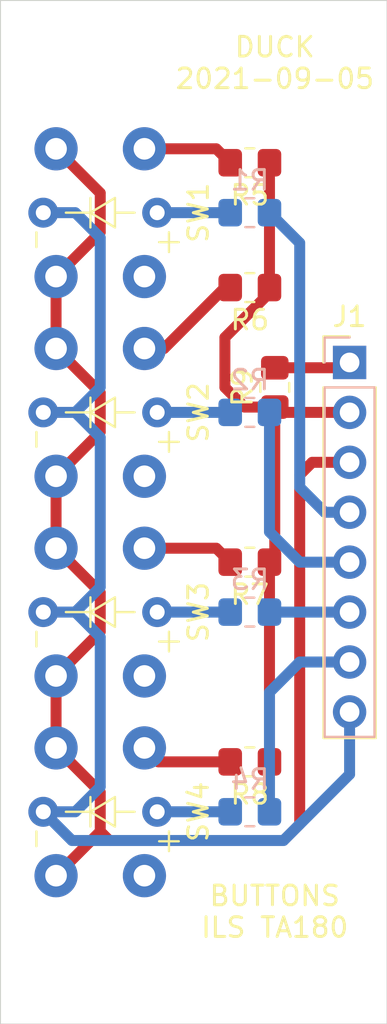
<source format=kicad_pcb>
(kicad_pcb (version 20171130) (host pcbnew 5.1.10-88a1d61d58~90~ubuntu20.04.1)

  (general
    (thickness 1.6)
    (drawings 12)
    (tracks 75)
    (zones 0)
    (modules 16)
    (nets 17)
  )

  (page A4)
  (layers
    (0 F.Cu signal)
    (31 B.Cu signal)
    (32 B.Adhes user)
    (33 F.Adhes user)
    (34 B.Paste user)
    (35 F.Paste user)
    (36 B.SilkS user)
    (37 F.SilkS user)
    (38 B.Mask user)
    (39 F.Mask user)
    (40 Dwgs.User user)
    (41 Cmts.User user)
    (42 Eco1.User user)
    (43 Eco2.User user)
    (44 Edge.Cuts user)
    (45 Margin user)
    (46 B.CrtYd user)
    (47 F.CrtYd user)
    (48 B.Fab user hide)
    (49 F.Fab user hide)
  )

  (setup
    (last_trace_width 0.5588)
    (user_trace_width 0.5588)
    (trace_clearance 0.2)
    (zone_clearance 0.508)
    (zone_45_only no)
    (trace_min 0.2)
    (via_size 0.8)
    (via_drill 0.4)
    (via_min_size 0.4)
    (via_min_drill 0.3)
    (uvia_size 0.3)
    (uvia_drill 0.1)
    (uvias_allowed no)
    (uvia_min_size 0.2)
    (uvia_min_drill 0.1)
    (edge_width 0.05)
    (segment_width 0.2)
    (pcb_text_width 0.3)
    (pcb_text_size 1.5 1.5)
    (mod_edge_width 0.12)
    (mod_text_size 1 1)
    (mod_text_width 0.15)
    (pad_size 1.524 1.524)
    (pad_drill 0.762)
    (pad_to_mask_clearance 0)
    (aux_axis_origin 0 0)
    (visible_elements FFFFFF7F)
    (pcbplotparams
      (layerselection 0x010fc_ffffffff)
      (usegerberextensions false)
      (usegerberattributes true)
      (usegerberadvancedattributes true)
      (creategerberjobfile true)
      (excludeedgelayer true)
      (linewidth 0.100000)
      (plotframeref false)
      (viasonmask false)
      (mode 1)
      (useauxorigin false)
      (hpglpennumber 1)
      (hpglpenspeed 20)
      (hpglpendiameter 15.000000)
      (psnegative false)
      (psa4output false)
      (plotreference true)
      (plotvalue true)
      (plotinvisibletext false)
      (padsonsilk false)
      (subtractmaskfromsilk false)
      (outputformat 1)
      (mirror false)
      (drillshape 1)
      (scaleselection 1)
      (outputdirectory ""))
  )

  (net 0 "")
  (net 1 "Net-(J1-Pad1)")
  (net 2 "Net-(J1-Pad2)")
  (net 3 GND)
  (net 4 "Net-(J1-Pad4)")
  (net 5 "Net-(J1-Pad5)")
  (net 6 "Net-(J1-Pad6)")
  (net 7 "Net-(J1-Pad7)")
  (net 8 "Net-(R1-Pad2)")
  (net 9 "Net-(R2-Pad2)")
  (net 10 "Net-(R3-Pad2)")
  (net 11 "Net-(R4-Pad2)")
  (net 12 "Net-(R5-Pad2)")
  (net 13 "Net-(R6-Pad2)")
  (net 14 "Net-(R7-Pad2)")
  (net 15 "Net-(R8-Pad2)")
  (net 16 GNDA)

  (net_class Default "This is the default net class."
    (clearance 0.2)
    (trace_width 0.25)
    (via_dia 0.8)
    (via_drill 0.4)
    (uvia_dia 0.3)
    (uvia_drill 0.1)
    (add_net GND)
    (add_net GNDA)
    (add_net "Net-(J1-Pad1)")
    (add_net "Net-(J1-Pad2)")
    (add_net "Net-(J1-Pad4)")
    (add_net "Net-(J1-Pad5)")
    (add_net "Net-(J1-Pad6)")
    (add_net "Net-(J1-Pad7)")
    (add_net "Net-(R1-Pad2)")
    (add_net "Net-(R2-Pad2)")
    (add_net "Net-(R3-Pad2)")
    (add_net "Net-(R4-Pad2)")
    (add_net "Net-(R5-Pad2)")
    (add_net "Net-(R6-Pad2)")
    (add_net "Net-(R7-Pad2)")
    (add_net "Net-(R8-Pad2)")
  )

  (module MountingHole:MountingHole_2.7mm_M2.5 (layer F.Cu) (tedit 56D1B4CB) (tstamp 61358CAE)
    (at 76.2 76.2)
    (descr "Mounting Hole 2.7mm, no annular, M2.5")
    (tags "mounting hole 2.7mm no annular m2.5")
    (path /62106C73)
    (attr virtual)
    (fp_text reference H1 (at 0 -3.7) (layer F.SilkS) hide
      (effects (font (size 1 1) (thickness 0.15)))
    )
    (fp_text value MountingHole (at 0 3.7) (layer F.Fab)
      (effects (font (size 1 1) (thickness 0.15)))
    )
    (fp_circle (center 0 0) (end 2.95 0) (layer F.CrtYd) (width 0.05))
    (fp_circle (center 0 0) (end 2.7 0) (layer Cmts.User) (width 0.15))
    (fp_text user %R (at 0.3 0) (layer F.Fab)
      (effects (font (size 1 1) (thickness 0.15)))
    )
    (pad 1 np_thru_hole circle (at 0 0) (size 2.7 2.7) (drill 2.7) (layers *.Cu *.Mask))
  )

  (module MountingHole:MountingHole_2.7mm_M2.5 (layer F.Cu) (tedit 56D1B4CB) (tstamp 61358962)
    (at 76.2 121.92)
    (descr "Mounting Hole 2.7mm, no annular, M2.5")
    (tags "mounting hole 2.7mm no annular m2.5")
    (path /6210711C)
    (attr virtual)
    (fp_text reference H2 (at 0 -3.7) (layer F.SilkS) hide
      (effects (font (size 1 1) (thickness 0.15)))
    )
    (fp_text value MountingHole (at 0 3.7) (layer F.Fab)
      (effects (font (size 1 1) (thickness 0.15)))
    )
    (fp_text user %R (at 0.3 0) (layer F.Fab)
      (effects (font (size 1 1) (thickness 0.15)))
    )
    (fp_circle (center 0 0) (end 2.7 0) (layer Cmts.User) (width 0.15))
    (fp_circle (center 0 0) (end 2.95 0) (layer F.CrtYd) (width 0.05))
    (pad 1 np_thru_hole circle (at 0 0) (size 2.7 2.7) (drill 2.7) (layers *.Cu *.Mask))
  )

  (module Connector_PinHeader_2.54mm:PinHeader_1x08_P2.54mm_Vertical (layer F.Cu) (tedit 59FED5CC) (tstamp 6135897E)
    (at 88.9 91.44)
    (descr "Through hole straight pin header, 1x08, 2.54mm pitch, single row")
    (tags "Through hole pin header THT 1x08 2.54mm single row")
    (path /6211274E)
    (fp_text reference J1 (at 0 -2.33) (layer F.SilkS)
      (effects (font (size 1 1) (thickness 0.15)))
    )
    (fp_text value Conn_01x08 (at 0 20.11) (layer F.Fab)
      (effects (font (size 1 1) (thickness 0.15)))
    )
    (fp_line (start 1.8 -1.8) (end -1.8 -1.8) (layer F.CrtYd) (width 0.05))
    (fp_line (start 1.8 19.55) (end 1.8 -1.8) (layer F.CrtYd) (width 0.05))
    (fp_line (start -1.8 19.55) (end 1.8 19.55) (layer F.CrtYd) (width 0.05))
    (fp_line (start -1.8 -1.8) (end -1.8 19.55) (layer F.CrtYd) (width 0.05))
    (fp_line (start -1.33 -1.33) (end 0 -1.33) (layer F.SilkS) (width 0.12))
    (fp_line (start -1.33 0) (end -1.33 -1.33) (layer F.SilkS) (width 0.12))
    (fp_line (start -1.33 1.27) (end 1.33 1.27) (layer F.SilkS) (width 0.12))
    (fp_line (start 1.33 1.27) (end 1.33 19.11) (layer F.SilkS) (width 0.12))
    (fp_line (start -1.33 1.27) (end -1.33 19.11) (layer F.SilkS) (width 0.12))
    (fp_line (start -1.33 19.11) (end 1.33 19.11) (layer F.SilkS) (width 0.12))
    (fp_line (start -1.27 -0.635) (end -0.635 -1.27) (layer F.Fab) (width 0.1))
    (fp_line (start -1.27 19.05) (end -1.27 -0.635) (layer F.Fab) (width 0.1))
    (fp_line (start 1.27 19.05) (end -1.27 19.05) (layer F.Fab) (width 0.1))
    (fp_line (start 1.27 -1.27) (end 1.27 19.05) (layer F.Fab) (width 0.1))
    (fp_line (start -0.635 -1.27) (end 1.27 -1.27) (layer F.Fab) (width 0.1))
    (fp_text user %R (at 0 8.89 90) (layer F.Fab)
      (effects (font (size 1 1) (thickness 0.15)))
    )
    (pad 1 thru_hole rect (at 0 0) (size 1.7 1.7) (drill 1) (layers *.Cu *.Mask)
      (net 1 "Net-(J1-Pad1)"))
    (pad 2 thru_hole oval (at 0 2.54) (size 1.7 1.7) (drill 1) (layers *.Cu *.Mask)
      (net 2 "Net-(J1-Pad2)"))
    (pad 3 thru_hole oval (at 0 5.08) (size 1.7 1.7) (drill 1) (layers *.Cu *.Mask)
      (net 16 GNDA))
    (pad 4 thru_hole oval (at 0 7.62) (size 1.7 1.7) (drill 1) (layers *.Cu *.Mask)
      (net 4 "Net-(J1-Pad4)"))
    (pad 5 thru_hole oval (at 0 10.16) (size 1.7 1.7) (drill 1) (layers *.Cu *.Mask)
      (net 5 "Net-(J1-Pad5)"))
    (pad 6 thru_hole oval (at 0 12.7) (size 1.7 1.7) (drill 1) (layers *.Cu *.Mask)
      (net 6 "Net-(J1-Pad6)"))
    (pad 7 thru_hole oval (at 0 15.24) (size 1.7 1.7) (drill 1) (layers *.Cu *.Mask)
      (net 7 "Net-(J1-Pad7)"))
    (pad 8 thru_hole oval (at 0 17.78) (size 1.7 1.7) (drill 1) (layers *.Cu *.Mask)
      (net 3 GND))
    (model ${KISYS3DMOD}/Connector_PinHeader_2.54mm.3dshapes/PinHeader_1x08_P2.54mm_Vertical.wrl
      (at (xyz 0 0 0))
      (scale (xyz 1 1 1))
      (rotate (xyz 0 0 0))
    )
  )

  (module Resistor_SMD:R_0805_2012Metric_Pad1.20x1.40mm_HandSolder (layer B.Cu) (tedit 5F68FEEE) (tstamp 6135898F)
    (at 83.82 83.82 180)
    (descr "Resistor SMD 0805 (2012 Metric), square (rectangular) end terminal, IPC_7351 nominal with elongated pad for handsoldering. (Body size source: IPC-SM-782 page 72, https://www.pcb-3d.com/wordpress/wp-content/uploads/ipc-sm-782a_amendment_1_and_2.pdf), generated with kicad-footprint-generator")
    (tags "resistor handsolder")
    (path /620FFCF4)
    (attr smd)
    (fp_text reference R1 (at 0 1.65) (layer B.SilkS)
      (effects (font (size 1 1) (thickness 0.15)) (justify mirror))
    )
    (fp_text value LED (at 0 -1.65) (layer B.Fab)
      (effects (font (size 1 1) (thickness 0.15)) (justify mirror))
    )
    (fp_line (start 1.85 -0.95) (end -1.85 -0.95) (layer B.CrtYd) (width 0.05))
    (fp_line (start 1.85 0.95) (end 1.85 -0.95) (layer B.CrtYd) (width 0.05))
    (fp_line (start -1.85 0.95) (end 1.85 0.95) (layer B.CrtYd) (width 0.05))
    (fp_line (start -1.85 -0.95) (end -1.85 0.95) (layer B.CrtYd) (width 0.05))
    (fp_line (start -0.227064 -0.735) (end 0.227064 -0.735) (layer B.SilkS) (width 0.12))
    (fp_line (start -0.227064 0.735) (end 0.227064 0.735) (layer B.SilkS) (width 0.12))
    (fp_line (start 1 -0.625) (end -1 -0.625) (layer B.Fab) (width 0.1))
    (fp_line (start 1 0.625) (end 1 -0.625) (layer B.Fab) (width 0.1))
    (fp_line (start -1 0.625) (end 1 0.625) (layer B.Fab) (width 0.1))
    (fp_line (start -1 -0.625) (end -1 0.625) (layer B.Fab) (width 0.1))
    (fp_text user %R (at 0 0) (layer B.Fab)
      (effects (font (size 0.5 0.5) (thickness 0.08)) (justify mirror))
    )
    (pad 1 smd roundrect (at -1 0 180) (size 1.2 1.4) (layers B.Cu B.Paste B.Mask) (roundrect_rratio 0.208333)
      (net 4 "Net-(J1-Pad4)"))
    (pad 2 smd roundrect (at 1 0 180) (size 1.2 1.4) (layers B.Cu B.Paste B.Mask) (roundrect_rratio 0.208333)
      (net 8 "Net-(R1-Pad2)"))
    (model ${KISYS3DMOD}/Resistor_SMD.3dshapes/R_0805_2012Metric.wrl
      (at (xyz 0 0 0))
      (scale (xyz 1 1 1))
      (rotate (xyz 0 0 0))
    )
  )

  (module Resistor_SMD:R_0805_2012Metric_Pad1.20x1.40mm_HandSolder (layer B.Cu) (tedit 5F68FEEE) (tstamp 613589A0)
    (at 83.82 93.98 180)
    (descr "Resistor SMD 0805 (2012 Metric), square (rectangular) end terminal, IPC_7351 nominal with elongated pad for handsoldering. (Body size source: IPC-SM-782 page 72, https://www.pcb-3d.com/wordpress/wp-content/uploads/ipc-sm-782a_amendment_1_and_2.pdf), generated with kicad-footprint-generator")
    (tags "resistor handsolder")
    (path /6210DCA0)
    (attr smd)
    (fp_text reference R2 (at 0 1.65) (layer B.SilkS)
      (effects (font (size 1 1) (thickness 0.15)) (justify mirror))
    )
    (fp_text value LED (at 0 -1.65) (layer B.Fab)
      (effects (font (size 1 1) (thickness 0.15)) (justify mirror))
    )
    (fp_line (start 1.85 -0.95) (end -1.85 -0.95) (layer B.CrtYd) (width 0.05))
    (fp_line (start 1.85 0.95) (end 1.85 -0.95) (layer B.CrtYd) (width 0.05))
    (fp_line (start -1.85 0.95) (end 1.85 0.95) (layer B.CrtYd) (width 0.05))
    (fp_line (start -1.85 -0.95) (end -1.85 0.95) (layer B.CrtYd) (width 0.05))
    (fp_line (start -0.227064 -0.735) (end 0.227064 -0.735) (layer B.SilkS) (width 0.12))
    (fp_line (start -0.227064 0.735) (end 0.227064 0.735) (layer B.SilkS) (width 0.12))
    (fp_line (start 1 -0.625) (end -1 -0.625) (layer B.Fab) (width 0.1))
    (fp_line (start 1 0.625) (end 1 -0.625) (layer B.Fab) (width 0.1))
    (fp_line (start -1 0.625) (end 1 0.625) (layer B.Fab) (width 0.1))
    (fp_line (start -1 -0.625) (end -1 0.625) (layer B.Fab) (width 0.1))
    (fp_text user %R (at 0 0) (layer B.Fab)
      (effects (font (size 0.5 0.5) (thickness 0.08)) (justify mirror))
    )
    (pad 1 smd roundrect (at -1 0 180) (size 1.2 1.4) (layers B.Cu B.Paste B.Mask) (roundrect_rratio 0.208333)
      (net 5 "Net-(J1-Pad5)"))
    (pad 2 smd roundrect (at 1 0 180) (size 1.2 1.4) (layers B.Cu B.Paste B.Mask) (roundrect_rratio 0.208333)
      (net 9 "Net-(R2-Pad2)"))
    (model ${KISYS3DMOD}/Resistor_SMD.3dshapes/R_0805_2012Metric.wrl
      (at (xyz 0 0 0))
      (scale (xyz 1 1 1))
      (rotate (xyz 0 0 0))
    )
  )

  (module Resistor_SMD:R_0805_2012Metric_Pad1.20x1.40mm_HandSolder (layer B.Cu) (tedit 5F68FEEE) (tstamp 613589B1)
    (at 83.82 104.14 180)
    (descr "Resistor SMD 0805 (2012 Metric), square (rectangular) end terminal, IPC_7351 nominal with elongated pad for handsoldering. (Body size source: IPC-SM-782 page 72, https://www.pcb-3d.com/wordpress/wp-content/uploads/ipc-sm-782a_amendment_1_and_2.pdf), generated with kicad-footprint-generator")
    (tags "resistor handsolder")
    (path /6210F6F1)
    (attr smd)
    (fp_text reference R3 (at 0 1.65) (layer B.SilkS)
      (effects (font (size 1 1) (thickness 0.15)) (justify mirror))
    )
    (fp_text value LED (at 0 -1.65) (layer B.Fab)
      (effects (font (size 1 1) (thickness 0.15)) (justify mirror))
    )
    (fp_line (start 1.85 -0.95) (end -1.85 -0.95) (layer B.CrtYd) (width 0.05))
    (fp_line (start 1.85 0.95) (end 1.85 -0.95) (layer B.CrtYd) (width 0.05))
    (fp_line (start -1.85 0.95) (end 1.85 0.95) (layer B.CrtYd) (width 0.05))
    (fp_line (start -1.85 -0.95) (end -1.85 0.95) (layer B.CrtYd) (width 0.05))
    (fp_line (start -0.227064 -0.735) (end 0.227064 -0.735) (layer B.SilkS) (width 0.12))
    (fp_line (start -0.227064 0.735) (end 0.227064 0.735) (layer B.SilkS) (width 0.12))
    (fp_line (start 1 -0.625) (end -1 -0.625) (layer B.Fab) (width 0.1))
    (fp_line (start 1 0.625) (end 1 -0.625) (layer B.Fab) (width 0.1))
    (fp_line (start -1 0.625) (end 1 0.625) (layer B.Fab) (width 0.1))
    (fp_line (start -1 -0.625) (end -1 0.625) (layer B.Fab) (width 0.1))
    (fp_text user %R (at 0 0) (layer B.Fab)
      (effects (font (size 0.5 0.5) (thickness 0.08)) (justify mirror))
    )
    (pad 1 smd roundrect (at -1 0 180) (size 1.2 1.4) (layers B.Cu B.Paste B.Mask) (roundrect_rratio 0.208333)
      (net 6 "Net-(J1-Pad6)"))
    (pad 2 smd roundrect (at 1 0 180) (size 1.2 1.4) (layers B.Cu B.Paste B.Mask) (roundrect_rratio 0.208333)
      (net 10 "Net-(R3-Pad2)"))
    (model ${KISYS3DMOD}/Resistor_SMD.3dshapes/R_0805_2012Metric.wrl
      (at (xyz 0 0 0))
      (scale (xyz 1 1 1))
      (rotate (xyz 0 0 0))
    )
  )

  (module Resistor_SMD:R_0805_2012Metric_Pad1.20x1.40mm_HandSolder (layer B.Cu) (tedit 5F68FEEE) (tstamp 613589C2)
    (at 83.82 114.3 180)
    (descr "Resistor SMD 0805 (2012 Metric), square (rectangular) end terminal, IPC_7351 nominal with elongated pad for handsoldering. (Body size source: IPC-SM-782 page 72, https://www.pcb-3d.com/wordpress/wp-content/uploads/ipc-sm-782a_amendment_1_and_2.pdf), generated with kicad-footprint-generator")
    (tags "resistor handsolder")
    (path /6210F7E1)
    (attr smd)
    (fp_text reference R4 (at 0 1.65) (layer B.SilkS)
      (effects (font (size 1 1) (thickness 0.15)) (justify mirror))
    )
    (fp_text value LED (at 0 -1.65) (layer B.Fab)
      (effects (font (size 1 1) (thickness 0.15)) (justify mirror))
    )
    (fp_line (start 1.85 -0.95) (end -1.85 -0.95) (layer B.CrtYd) (width 0.05))
    (fp_line (start 1.85 0.95) (end 1.85 -0.95) (layer B.CrtYd) (width 0.05))
    (fp_line (start -1.85 0.95) (end 1.85 0.95) (layer B.CrtYd) (width 0.05))
    (fp_line (start -1.85 -0.95) (end -1.85 0.95) (layer B.CrtYd) (width 0.05))
    (fp_line (start -0.227064 -0.735) (end 0.227064 -0.735) (layer B.SilkS) (width 0.12))
    (fp_line (start -0.227064 0.735) (end 0.227064 0.735) (layer B.SilkS) (width 0.12))
    (fp_line (start 1 -0.625) (end -1 -0.625) (layer B.Fab) (width 0.1))
    (fp_line (start 1 0.625) (end 1 -0.625) (layer B.Fab) (width 0.1))
    (fp_line (start -1 0.625) (end 1 0.625) (layer B.Fab) (width 0.1))
    (fp_line (start -1 -0.625) (end -1 0.625) (layer B.Fab) (width 0.1))
    (fp_text user %R (at 0 0) (layer B.Fab)
      (effects (font (size 0.5 0.5) (thickness 0.08)) (justify mirror))
    )
    (pad 1 smd roundrect (at -1 0 180) (size 1.2 1.4) (layers B.Cu B.Paste B.Mask) (roundrect_rratio 0.208333)
      (net 7 "Net-(J1-Pad7)"))
    (pad 2 smd roundrect (at 1 0 180) (size 1.2 1.4) (layers B.Cu B.Paste B.Mask) (roundrect_rratio 0.208333)
      (net 11 "Net-(R4-Pad2)"))
    (model ${KISYS3DMOD}/Resistor_SMD.3dshapes/R_0805_2012Metric.wrl
      (at (xyz 0 0 0))
      (scale (xyz 1 1 1))
      (rotate (xyz 0 0 0))
    )
  )

  (module Resistor_SMD:R_0805_2012Metric_Pad1.20x1.40mm_HandSolder (layer F.Cu) (tedit 5F68FEEE) (tstamp 613589D3)
    (at 83.82 81.28 180)
    (descr "Resistor SMD 0805 (2012 Metric), square (rectangular) end terminal, IPC_7351 nominal with elongated pad for handsoldering. (Body size source: IPC-SM-782 page 72, https://www.pcb-3d.com/wordpress/wp-content/uploads/ipc-sm-782a_amendment_1_and_2.pdf), generated with kicad-footprint-generator")
    (tags "resistor handsolder")
    (path /6210D083)
    (attr smd)
    (fp_text reference R5 (at 0 -1.65) (layer F.SilkS)
      (effects (font (size 1 1) (thickness 0.15)))
    )
    (fp_text value 22k (at 0 1.65) (layer F.Fab)
      (effects (font (size 1 1) (thickness 0.15)))
    )
    (fp_text user %R (at 0 0) (layer F.Fab)
      (effects (font (size 0.5 0.5) (thickness 0.08)))
    )
    (fp_line (start -1 0.625) (end -1 -0.625) (layer F.Fab) (width 0.1))
    (fp_line (start -1 -0.625) (end 1 -0.625) (layer F.Fab) (width 0.1))
    (fp_line (start 1 -0.625) (end 1 0.625) (layer F.Fab) (width 0.1))
    (fp_line (start 1 0.625) (end -1 0.625) (layer F.Fab) (width 0.1))
    (fp_line (start -0.227064 -0.735) (end 0.227064 -0.735) (layer F.SilkS) (width 0.12))
    (fp_line (start -0.227064 0.735) (end 0.227064 0.735) (layer F.SilkS) (width 0.12))
    (fp_line (start -1.85 0.95) (end -1.85 -0.95) (layer F.CrtYd) (width 0.05))
    (fp_line (start -1.85 -0.95) (end 1.85 -0.95) (layer F.CrtYd) (width 0.05))
    (fp_line (start 1.85 -0.95) (end 1.85 0.95) (layer F.CrtYd) (width 0.05))
    (fp_line (start 1.85 0.95) (end -1.85 0.95) (layer F.CrtYd) (width 0.05))
    (pad 2 smd roundrect (at 1 0 180) (size 1.2 1.4) (layers F.Cu F.Paste F.Mask) (roundrect_rratio 0.208333)
      (net 12 "Net-(R5-Pad2)"))
    (pad 1 smd roundrect (at -1 0 180) (size 1.2 1.4) (layers F.Cu F.Paste F.Mask) (roundrect_rratio 0.208333)
      (net 2 "Net-(J1-Pad2)"))
    (model ${KISYS3DMOD}/Resistor_SMD.3dshapes/R_0805_2012Metric.wrl
      (at (xyz 0 0 0))
      (scale (xyz 1 1 1))
      (rotate (xyz 0 0 0))
    )
  )

  (module Resistor_SMD:R_0805_2012Metric_Pad1.20x1.40mm_HandSolder (layer F.Cu) (tedit 5F68FEEE) (tstamp 613589E4)
    (at 83.82 87.63 180)
    (descr "Resistor SMD 0805 (2012 Metric), square (rectangular) end terminal, IPC_7351 nominal with elongated pad for handsoldering. (Body size source: IPC-SM-782 page 72, https://www.pcb-3d.com/wordpress/wp-content/uploads/ipc-sm-782a_amendment_1_and_2.pdf), generated with kicad-footprint-generator")
    (tags "resistor handsolder")
    (path /6210DD6E)
    (attr smd)
    (fp_text reference R6 (at 0 -1.65) (layer F.SilkS)
      (effects (font (size 1 1) (thickness 0.15)))
    )
    (fp_text value 10k (at 0 1.65) (layer F.Fab)
      (effects (font (size 1 1) (thickness 0.15)))
    )
    (fp_text user %R (at 0 0) (layer F.Fab)
      (effects (font (size 0.5 0.5) (thickness 0.08)))
    )
    (fp_line (start -1 0.625) (end -1 -0.625) (layer F.Fab) (width 0.1))
    (fp_line (start -1 -0.625) (end 1 -0.625) (layer F.Fab) (width 0.1))
    (fp_line (start 1 -0.625) (end 1 0.625) (layer F.Fab) (width 0.1))
    (fp_line (start 1 0.625) (end -1 0.625) (layer F.Fab) (width 0.1))
    (fp_line (start -0.227064 -0.735) (end 0.227064 -0.735) (layer F.SilkS) (width 0.12))
    (fp_line (start -0.227064 0.735) (end 0.227064 0.735) (layer F.SilkS) (width 0.12))
    (fp_line (start -1.85 0.95) (end -1.85 -0.95) (layer F.CrtYd) (width 0.05))
    (fp_line (start -1.85 -0.95) (end 1.85 -0.95) (layer F.CrtYd) (width 0.05))
    (fp_line (start 1.85 -0.95) (end 1.85 0.95) (layer F.CrtYd) (width 0.05))
    (fp_line (start 1.85 0.95) (end -1.85 0.95) (layer F.CrtYd) (width 0.05))
    (pad 2 smd roundrect (at 1 0 180) (size 1.2 1.4) (layers F.Cu F.Paste F.Mask) (roundrect_rratio 0.208333)
      (net 13 "Net-(R6-Pad2)"))
    (pad 1 smd roundrect (at -1 0 180) (size 1.2 1.4) (layers F.Cu F.Paste F.Mask) (roundrect_rratio 0.208333)
      (net 2 "Net-(J1-Pad2)"))
    (model ${KISYS3DMOD}/Resistor_SMD.3dshapes/R_0805_2012Metric.wrl
      (at (xyz 0 0 0))
      (scale (xyz 1 1 1))
      (rotate (xyz 0 0 0))
    )
  )

  (module Resistor_SMD:R_0805_2012Metric_Pad1.20x1.40mm_HandSolder (layer F.Cu) (tedit 5F68FEEE) (tstamp 613589F5)
    (at 83.82 101.6 180)
    (descr "Resistor SMD 0805 (2012 Metric), square (rectangular) end terminal, IPC_7351 nominal with elongated pad for handsoldering. (Body size source: IPC-SM-782 page 72, https://www.pcb-3d.com/wordpress/wp-content/uploads/ipc-sm-782a_amendment_1_and_2.pdf), generated with kicad-footprint-generator")
    (tags "resistor handsolder")
    (path /6210F7D7)
    (attr smd)
    (fp_text reference R7 (at 0 -1.65) (layer F.SilkS)
      (effects (font (size 1 1) (thickness 0.15)))
    )
    (fp_text value 4.7k (at 0 1.65) (layer F.Fab)
      (effects (font (size 1 1) (thickness 0.15)))
    )
    (fp_text user %R (at 0 0) (layer F.Fab)
      (effects (font (size 0.5 0.5) (thickness 0.08)))
    )
    (fp_line (start -1 0.625) (end -1 -0.625) (layer F.Fab) (width 0.1))
    (fp_line (start -1 -0.625) (end 1 -0.625) (layer F.Fab) (width 0.1))
    (fp_line (start 1 -0.625) (end 1 0.625) (layer F.Fab) (width 0.1))
    (fp_line (start 1 0.625) (end -1 0.625) (layer F.Fab) (width 0.1))
    (fp_line (start -0.227064 -0.735) (end 0.227064 -0.735) (layer F.SilkS) (width 0.12))
    (fp_line (start -0.227064 0.735) (end 0.227064 0.735) (layer F.SilkS) (width 0.12))
    (fp_line (start -1.85 0.95) (end -1.85 -0.95) (layer F.CrtYd) (width 0.05))
    (fp_line (start -1.85 -0.95) (end 1.85 -0.95) (layer F.CrtYd) (width 0.05))
    (fp_line (start 1.85 -0.95) (end 1.85 0.95) (layer F.CrtYd) (width 0.05))
    (fp_line (start 1.85 0.95) (end -1.85 0.95) (layer F.CrtYd) (width 0.05))
    (pad 2 smd roundrect (at 1 0 180) (size 1.2 1.4) (layers F.Cu F.Paste F.Mask) (roundrect_rratio 0.208333)
      (net 14 "Net-(R7-Pad2)"))
    (pad 1 smd roundrect (at -1 0 180) (size 1.2 1.4) (layers F.Cu F.Paste F.Mask) (roundrect_rratio 0.208333)
      (net 2 "Net-(J1-Pad2)"))
    (model ${KISYS3DMOD}/Resistor_SMD.3dshapes/R_0805_2012Metric.wrl
      (at (xyz 0 0 0))
      (scale (xyz 1 1 1))
      (rotate (xyz 0 0 0))
    )
  )

  (module Resistor_SMD:R_0805_2012Metric_Pad1.20x1.40mm_HandSolder (layer F.Cu) (tedit 5F68FEEE) (tstamp 61358A06)
    (at 83.82 111.76 180)
    (descr "Resistor SMD 0805 (2012 Metric), square (rectangular) end terminal, IPC_7351 nominal with elongated pad for handsoldering. (Body size source: IPC-SM-782 page 72, https://www.pcb-3d.com/wordpress/wp-content/uploads/ipc-sm-782a_amendment_1_and_2.pdf), generated with kicad-footprint-generator")
    (tags "resistor handsolder")
    (path /6210F7EB)
    (attr smd)
    (fp_text reference R8 (at 0 -1.65) (layer F.SilkS)
      (effects (font (size 1 1) (thickness 0.15)))
    )
    (fp_text value 1.8k (at 0 1.65) (layer F.Fab)
      (effects (font (size 1 1) (thickness 0.15)))
    )
    (fp_text user %R (at 0 0) (layer F.Fab)
      (effects (font (size 0.5 0.5) (thickness 0.08)))
    )
    (fp_line (start -1 0.625) (end -1 -0.625) (layer F.Fab) (width 0.1))
    (fp_line (start -1 -0.625) (end 1 -0.625) (layer F.Fab) (width 0.1))
    (fp_line (start 1 -0.625) (end 1 0.625) (layer F.Fab) (width 0.1))
    (fp_line (start 1 0.625) (end -1 0.625) (layer F.Fab) (width 0.1))
    (fp_line (start -0.227064 -0.735) (end 0.227064 -0.735) (layer F.SilkS) (width 0.12))
    (fp_line (start -0.227064 0.735) (end 0.227064 0.735) (layer F.SilkS) (width 0.12))
    (fp_line (start -1.85 0.95) (end -1.85 -0.95) (layer F.CrtYd) (width 0.05))
    (fp_line (start -1.85 -0.95) (end 1.85 -0.95) (layer F.CrtYd) (width 0.05))
    (fp_line (start 1.85 -0.95) (end 1.85 0.95) (layer F.CrtYd) (width 0.05))
    (fp_line (start 1.85 0.95) (end -1.85 0.95) (layer F.CrtYd) (width 0.05))
    (pad 2 smd roundrect (at 1 0 180) (size 1.2 1.4) (layers F.Cu F.Paste F.Mask) (roundrect_rratio 0.208333)
      (net 15 "Net-(R8-Pad2)"))
    (pad 1 smd roundrect (at -1 0 180) (size 1.2 1.4) (layers F.Cu F.Paste F.Mask) (roundrect_rratio 0.208333)
      (net 2 "Net-(J1-Pad2)"))
    (model ${KISYS3DMOD}/Resistor_SMD.3dshapes/R_0805_2012Metric.wrl
      (at (xyz 0 0 0))
      (scale (xyz 1 1 1))
      (rotate (xyz 0 0 0))
    )
  )

  (module Resistor_SMD:R_0805_2012Metric_Pad1.20x1.40mm_HandSolder (layer F.Cu) (tedit 5F68FEEE) (tstamp 61358A17)
    (at 85.09 92.71 90)
    (descr "Resistor SMD 0805 (2012 Metric), square (rectangular) end terminal, IPC_7351 nominal with elongated pad for handsoldering. (Body size source: IPC-SM-782 page 72, https://www.pcb-3d.com/wordpress/wp-content/uploads/ipc-sm-782a_amendment_1_and_2.pdf), generated with kicad-footprint-generator")
    (tags "resistor handsolder")
    (path /62119773)
    (attr smd)
    (fp_text reference R9 (at 0 -1.65 90) (layer F.SilkS)
      (effects (font (size 1 1) (thickness 0.15)))
    )
    (fp_text value 10k (at 0 1.65 90) (layer F.Fab)
      (effects (font (size 1 1) (thickness 0.15)))
    )
    (fp_line (start 1.85 0.95) (end -1.85 0.95) (layer F.CrtYd) (width 0.05))
    (fp_line (start 1.85 -0.95) (end 1.85 0.95) (layer F.CrtYd) (width 0.05))
    (fp_line (start -1.85 -0.95) (end 1.85 -0.95) (layer F.CrtYd) (width 0.05))
    (fp_line (start -1.85 0.95) (end -1.85 -0.95) (layer F.CrtYd) (width 0.05))
    (fp_line (start -0.227064 0.735) (end 0.227064 0.735) (layer F.SilkS) (width 0.12))
    (fp_line (start -0.227064 -0.735) (end 0.227064 -0.735) (layer F.SilkS) (width 0.12))
    (fp_line (start 1 0.625) (end -1 0.625) (layer F.Fab) (width 0.1))
    (fp_line (start 1 -0.625) (end 1 0.625) (layer F.Fab) (width 0.1))
    (fp_line (start -1 -0.625) (end 1 -0.625) (layer F.Fab) (width 0.1))
    (fp_line (start -1 0.625) (end -1 -0.625) (layer F.Fab) (width 0.1))
    (fp_text user %R (at 0 0 90) (layer F.Fab)
      (effects (font (size 0.5 0.5) (thickness 0.08)))
    )
    (pad 1 smd roundrect (at -1 0 90) (size 1.2 1.4) (layers F.Cu F.Paste F.Mask) (roundrect_rratio 0.208333)
      (net 2 "Net-(J1-Pad2)"))
    (pad 2 smd roundrect (at 1 0 90) (size 1.2 1.4) (layers F.Cu F.Paste F.Mask) (roundrect_rratio 0.208333)
      (net 1 "Net-(J1-Pad1)"))
    (model ${KISYS3DMOD}/Resistor_SMD.3dshapes/R_0805_2012Metric.wrl
      (at (xyz 0 0 0))
      (scale (xyz 1 1 1))
      (rotate (xyz 0 0 0))
    )
  )

  (module duck:tactile-push-button-illuminated_ILS_TA180 (layer F.Cu) (tedit 61358426) (tstamp 61358A2E)
    (at 76.2 83.82 270)
    (path /620FDEBB)
    (fp_text reference SW1 (at 0 -5 90) (layer F.SilkS)
      (effects (font (size 1 1) (thickness 0.15)))
    )
    (fp_text value SW_Push_LED (at 0 5 90) (layer F.Fab)
      (effects (font (size 1 1) (thickness 0.15)))
    )
    (fp_line (start -3.75 3.5) (end -3.75 -3.5) (layer F.CrtYd) (width 0.12))
    (fp_line (start 3.75 3.5) (end -3.75 3.5) (layer F.CrtYd) (width 0.12))
    (fp_line (start 3.75 -3.5) (end 3.75 3.5) (layer F.CrtYd) (width 0.12))
    (fp_line (start -3.75 -3.5) (end 3.75 -3.5) (layer F.CrtYd) (width 0.12))
    (fp_line (start 0 -0.75) (end 0 -1.75) (layer F.SilkS) (width 0.12))
    (fp_line (start 0 0.5) (end 0 1.75) (layer F.SilkS) (width 0.12))
    (fp_line (start -0.75 0.5) (end 0.75 0.5) (layer F.SilkS) (width 0.12))
    (fp_line (start 0 0.5) (end -0.75 -0.75) (layer F.SilkS) (width 0.12))
    (fp_line (start 0.75 -0.75) (end 0 0.5) (layer F.SilkS) (width 0.12))
    (fp_line (start -0.75 -0.75) (end 0.75 -0.75) (layer F.SilkS) (width 0.12))
    (fp_line (start 1 3.25) (end 1.75 3.25) (layer F.SilkS) (width 0.12))
    (fp_line (start 1 -3.5) (end 2 -3.5) (layer F.SilkS) (width 0.12))
    (fp_line (start 1.5 -4) (end 1.5 -3) (layer F.SilkS) (width 0.12))
    (pad 4 thru_hole circle (at 0 -2.9 270) (size 1.524 1.524) (drill 0.762) (layers *.Cu *.Mask)
      (net 8 "Net-(R1-Pad2)"))
    (pad 3 thru_hole circle (at 0 2.9 270) (size 1.524 1.524) (drill 0.762) (layers *.Cu *.Mask)
      (net 3 GND))
    (pad 1 thru_hole circle (at -3.25 2.25 270) (size 2.2 2.2) (drill 1.1) (layers *.Cu *.Mask)
      (net 16 GNDA))
    (pad 2 thru_hole circle (at -3.25 -2.25 270) (size 2.2 2.2) (drill 1.1) (layers *.Cu *.Mask)
      (net 12 "Net-(R5-Pad2)"))
    (pad 2 thru_hole circle (at 3.25 -2.25 270) (size 2.2 2.2) (drill 1.1) (layers *.Cu *.Mask)
      (net 12 "Net-(R5-Pad2)"))
    (pad 1 thru_hole circle (at 3.25 2.25 270) (size 2.2 2.2) (drill 1.1) (layers *.Cu *.Mask)
      (net 16 GNDA))
  )

  (module duck:tactile-push-button-illuminated_ILS_TA180 (layer F.Cu) (tedit 61358426) (tstamp 61358A45)
    (at 76.2 93.98 270)
    (path /62100CE4)
    (fp_text reference SW2 (at 0 -5 90) (layer F.SilkS)
      (effects (font (size 1 1) (thickness 0.15)))
    )
    (fp_text value SW_Push_LED (at 0 5 90) (layer F.Fab)
      (effects (font (size 1 1) (thickness 0.15)))
    )
    (fp_line (start 1.5 -4) (end 1.5 -3) (layer F.SilkS) (width 0.12))
    (fp_line (start 1 -3.5) (end 2 -3.5) (layer F.SilkS) (width 0.12))
    (fp_line (start 1 3.25) (end 1.75 3.25) (layer F.SilkS) (width 0.12))
    (fp_line (start -0.75 -0.75) (end 0.75 -0.75) (layer F.SilkS) (width 0.12))
    (fp_line (start 0.75 -0.75) (end 0 0.5) (layer F.SilkS) (width 0.12))
    (fp_line (start 0 0.5) (end -0.75 -0.75) (layer F.SilkS) (width 0.12))
    (fp_line (start -0.75 0.5) (end 0.75 0.5) (layer F.SilkS) (width 0.12))
    (fp_line (start 0 0.5) (end 0 1.75) (layer F.SilkS) (width 0.12))
    (fp_line (start 0 -0.75) (end 0 -1.75) (layer F.SilkS) (width 0.12))
    (fp_line (start -3.75 -3.5) (end 3.75 -3.5) (layer F.CrtYd) (width 0.12))
    (fp_line (start 3.75 -3.5) (end 3.75 3.5) (layer F.CrtYd) (width 0.12))
    (fp_line (start 3.75 3.5) (end -3.75 3.5) (layer F.CrtYd) (width 0.12))
    (fp_line (start -3.75 3.5) (end -3.75 -3.5) (layer F.CrtYd) (width 0.12))
    (pad 1 thru_hole circle (at 3.25 2.25 270) (size 2.2 2.2) (drill 1.1) (layers *.Cu *.Mask)
      (net 16 GNDA))
    (pad 2 thru_hole circle (at 3.25 -2.25 270) (size 2.2 2.2) (drill 1.1) (layers *.Cu *.Mask)
      (net 13 "Net-(R6-Pad2)"))
    (pad 2 thru_hole circle (at -3.25 -2.25 270) (size 2.2 2.2) (drill 1.1) (layers *.Cu *.Mask)
      (net 13 "Net-(R6-Pad2)"))
    (pad 1 thru_hole circle (at -3.25 2.25 270) (size 2.2 2.2) (drill 1.1) (layers *.Cu *.Mask)
      (net 16 GNDA))
    (pad 3 thru_hole circle (at 0 2.9 270) (size 1.524 1.524) (drill 0.762) (layers *.Cu *.Mask)
      (net 3 GND))
    (pad 4 thru_hole circle (at 0 -2.9 270) (size 1.524 1.524) (drill 0.762) (layers *.Cu *.Mask)
      (net 9 "Net-(R2-Pad2)"))
  )

  (module duck:tactile-push-button-illuminated_ILS_TA180 (layer F.Cu) (tedit 61358426) (tstamp 61358A5C)
    (at 76.2 104.14 270)
    (path /62101711)
    (fp_text reference SW3 (at 0 -5 90) (layer F.SilkS)
      (effects (font (size 1 1) (thickness 0.15)))
    )
    (fp_text value SW_Push_LED (at 0 5 90) (layer F.Fab)
      (effects (font (size 1 1) (thickness 0.15)))
    )
    (fp_line (start -3.75 3.5) (end -3.75 -3.5) (layer F.CrtYd) (width 0.12))
    (fp_line (start 3.75 3.5) (end -3.75 3.5) (layer F.CrtYd) (width 0.12))
    (fp_line (start 3.75 -3.5) (end 3.75 3.5) (layer F.CrtYd) (width 0.12))
    (fp_line (start -3.75 -3.5) (end 3.75 -3.5) (layer F.CrtYd) (width 0.12))
    (fp_line (start 0 -0.75) (end 0 -1.75) (layer F.SilkS) (width 0.12))
    (fp_line (start 0 0.5) (end 0 1.75) (layer F.SilkS) (width 0.12))
    (fp_line (start -0.75 0.5) (end 0.75 0.5) (layer F.SilkS) (width 0.12))
    (fp_line (start 0 0.5) (end -0.75 -0.75) (layer F.SilkS) (width 0.12))
    (fp_line (start 0.75 -0.75) (end 0 0.5) (layer F.SilkS) (width 0.12))
    (fp_line (start -0.75 -0.75) (end 0.75 -0.75) (layer F.SilkS) (width 0.12))
    (fp_line (start 1 3.25) (end 1.75 3.25) (layer F.SilkS) (width 0.12))
    (fp_line (start 1 -3.5) (end 2 -3.5) (layer F.SilkS) (width 0.12))
    (fp_line (start 1.5 -4) (end 1.5 -3) (layer F.SilkS) (width 0.12))
    (pad 4 thru_hole circle (at 0 -2.9 270) (size 1.524 1.524) (drill 0.762) (layers *.Cu *.Mask)
      (net 10 "Net-(R3-Pad2)"))
    (pad 3 thru_hole circle (at 0 2.9 270) (size 1.524 1.524) (drill 0.762) (layers *.Cu *.Mask)
      (net 3 GND))
    (pad 1 thru_hole circle (at -3.25 2.25 270) (size 2.2 2.2) (drill 1.1) (layers *.Cu *.Mask)
      (net 16 GNDA))
    (pad 2 thru_hole circle (at -3.25 -2.25 270) (size 2.2 2.2) (drill 1.1) (layers *.Cu *.Mask)
      (net 14 "Net-(R7-Pad2)"))
    (pad 2 thru_hole circle (at 3.25 -2.25 270) (size 2.2 2.2) (drill 1.1) (layers *.Cu *.Mask)
      (net 14 "Net-(R7-Pad2)"))
    (pad 1 thru_hole circle (at 3.25 2.25 270) (size 2.2 2.2) (drill 1.1) (layers *.Cu *.Mask)
      (net 16 GNDA))
  )

  (module duck:tactile-push-button-illuminated_ILS_TA180 (layer F.Cu) (tedit 61358426) (tstamp 61358A73)
    (at 76.2 114.3 270)
    (path /62101793)
    (fp_text reference SW4 (at 0 -5 90) (layer F.SilkS)
      (effects (font (size 1 1) (thickness 0.15)))
    )
    (fp_text value SW_Push_LED (at 0 5 90) (layer F.Fab)
      (effects (font (size 1 1) (thickness 0.15)))
    )
    (fp_line (start 1.5 -4) (end 1.5 -3) (layer F.SilkS) (width 0.12))
    (fp_line (start 1 -3.5) (end 2 -3.5) (layer F.SilkS) (width 0.12))
    (fp_line (start 1 3.25) (end 1.75 3.25) (layer F.SilkS) (width 0.12))
    (fp_line (start -0.75 -0.75) (end 0.75 -0.75) (layer F.SilkS) (width 0.12))
    (fp_line (start 0.75 -0.75) (end 0 0.5) (layer F.SilkS) (width 0.12))
    (fp_line (start 0 0.5) (end -0.75 -0.75) (layer F.SilkS) (width 0.12))
    (fp_line (start -0.75 0.5) (end 0.75 0.5) (layer F.SilkS) (width 0.12))
    (fp_line (start 0 0.5) (end 0 1.75) (layer F.SilkS) (width 0.12))
    (fp_line (start 0 -0.75) (end 0 -1.75) (layer F.SilkS) (width 0.12))
    (fp_line (start -3.75 -3.5) (end 3.75 -3.5) (layer F.CrtYd) (width 0.12))
    (fp_line (start 3.75 -3.5) (end 3.75 3.5) (layer F.CrtYd) (width 0.12))
    (fp_line (start 3.75 3.5) (end -3.75 3.5) (layer F.CrtYd) (width 0.12))
    (fp_line (start -3.75 3.5) (end -3.75 -3.5) (layer F.CrtYd) (width 0.12))
    (pad 1 thru_hole circle (at 3.25 2.25 270) (size 2.2 2.2) (drill 1.1) (layers *.Cu *.Mask)
      (net 16 GNDA))
    (pad 2 thru_hole circle (at 3.25 -2.25 270) (size 2.2 2.2) (drill 1.1) (layers *.Cu *.Mask)
      (net 15 "Net-(R8-Pad2)"))
    (pad 2 thru_hole circle (at -3.25 -2.25 270) (size 2.2 2.2) (drill 1.1) (layers *.Cu *.Mask)
      (net 15 "Net-(R8-Pad2)"))
    (pad 1 thru_hole circle (at -3.25 2.25 270) (size 2.2 2.2) (drill 1.1) (layers *.Cu *.Mask)
      (net 16 GNDA))
    (pad 3 thru_hole circle (at 0 2.9 270) (size 1.524 1.524) (drill 0.762) (layers *.Cu *.Mask)
      (net 3 GND))
    (pad 4 thru_hole circle (at 0 -2.9 270) (size 1.524 1.524) (drill 0.762) (layers *.Cu *.Mask)
      (net 11 "Net-(R4-Pad2)"))
  )

  (gr_text "DUCK\n2021-09-05" (at 85.09 76.2) (layer F.SilkS)
    (effects (font (size 1 1) (thickness 0.15)))
  )
  (gr_text "BUTTONS\nILS TA180" (at 85.09 119.38) (layer F.SilkS)
    (effects (font (size 1 1) (thickness 0.15)))
  )
  (gr_line (start 87.63 110.49) (end 87.63 92.71) (layer B.SilkS) (width 0.12) (tstamp 61359BB4))
  (gr_line (start 90.17 110.49) (end 87.63 110.49) (layer B.SilkS) (width 0.12))
  (gr_line (start 90.17 92.71) (end 90.17 110.49) (layer B.SilkS) (width 0.12))
  (gr_line (start 87.63 92.71) (end 90.17 92.71) (layer B.SilkS) (width 0.12))
  (gr_line (start 87.63 90.17) (end 87.63 91.44) (layer B.SilkS) (width 0.12))
  (gr_line (start 88.9 90.17) (end 87.63 90.17) (layer B.SilkS) (width 0.12))
  (gr_line (start 90.805 73.025) (end 71.12 73.025) (layer Edge.Cuts) (width 0.05) (tstamp 61359B35))
  (gr_line (start 90.805 125.095) (end 90.805 73.025) (layer Edge.Cuts) (width 0.05))
  (gr_line (start 71.12 125.095) (end 90.805 125.095) (layer Edge.Cuts) (width 0.05))
  (gr_line (start 71.12 73.025) (end 71.12 125.095) (layer Edge.Cuts) (width 0.05))

  (segment (start 88.63 91.71) (end 88.9 91.44) (width 0.5588) (layer F.Cu) (net 1))
  (segment (start 85.09 91.71) (end 88.63 91.71) (width 0.5588) (layer F.Cu) (net 1))
  (segment (start 85.36 93.98) (end 85.09 93.71) (width 0.5588) (layer F.Cu) (net 2))
  (segment (start 88.9 93.98) (end 85.36 93.98) (width 0.5588) (layer F.Cu) (net 2))
  (segment (start 84.82 81.28) (end 84.82 87.63) (width 0.5588) (layer F.Cu) (net 2))
  (segment (start 85.09 93.71) (end 83.55 93.71) (width 0.5588) (layer F.Cu) (net 2))
  (segment (start 83.55 93.71) (end 82.55 92.71) (width 0.5588) (layer F.Cu) (net 2))
  (segment (start 82.55 92.71) (end 82.55 90.17) (width 0.5588) (layer F.Cu) (net 2))
  (segment (start 84.82 87.9) (end 84.82 87.63) (width 0.5588) (layer F.Cu) (net 2))
  (segment (start 82.55 90.17) (end 84.82 87.9) (width 0.5588) (layer F.Cu) (net 2))
  (segment (start 85.09 101.33) (end 84.82 101.6) (width 0.5588) (layer F.Cu) (net 2))
  (segment (start 85.09 93.71) (end 85.09 101.33) (width 0.5588) (layer F.Cu) (net 2))
  (segment (start 84.82 111.76) (end 84.82 101.6) (width 0.5588) (layer F.Cu) (net 2))
  (segment (start 88.9 109.22) (end 88.9 112.395) (width 0.5588) (layer B.Cu) (net 3))
  (segment (start 88.9 112.395) (end 85.5345 115.7605) (width 0.5588) (layer B.Cu) (net 3))
  (segment (start 74.7605 115.7605) (end 73.3 114.3) (width 0.5588) (layer B.Cu) (net 3))
  (segment (start 85.5345 115.7605) (end 74.7605 115.7605) (width 0.5588) (layer B.Cu) (net 3))
  (segment (start 74.93 114.3) (end 73.3 114.3) (width 0.5588) (layer B.Cu) (net 3))
  (segment (start 76.2 113.03) (end 74.93 114.3) (width 0.5588) (layer B.Cu) (net 3))
  (segment (start 76.2 105.41) (end 76.2 113.03) (width 0.5588) (layer B.Cu) (net 3))
  (segment (start 74.93 104.14) (end 76.2 105.41) (width 0.5588) (layer B.Cu) (net 3))
  (segment (start 73.3 104.14) (end 74.93 104.14) (width 0.5588) (layer B.Cu) (net 3))
  (segment (start 74.93 93.98) (end 73.3 93.98) (width 0.5588) (layer B.Cu) (net 3))
  (segment (start 76.2 102.87) (end 76.2 95.25) (width 0.5588) (layer B.Cu) (net 3))
  (segment (start 76.2 95.25) (end 74.93 93.98) (width 0.5588) (layer B.Cu) (net 3))
  (segment (start 74.93 104.14) (end 76.2 102.87) (width 0.5588) (layer B.Cu) (net 3))
  (segment (start 74.93 83.82) (end 73.3 83.82) (width 0.5588) (layer B.Cu) (net 3))
  (segment (start 76.2 92.71) (end 76.2 85.09) (width 0.5588) (layer B.Cu) (net 3))
  (segment (start 76.2 85.09) (end 74.93 83.82) (width 0.5588) (layer B.Cu) (net 3))
  (segment (start 74.93 93.98) (end 76.2 92.71) (width 0.5588) (layer B.Cu) (net 3))
  (segment (start 88.9 99.06) (end 87.63 99.06) (width 0.5588) (layer B.Cu) (net 4))
  (segment (start 87.63 99.06) (end 86.36 97.79) (width 0.5588) (layer B.Cu) (net 4))
  (segment (start 86.36 85.36) (end 84.82 83.82) (width 0.5588) (layer B.Cu) (net 4))
  (segment (start 86.36 97.79) (end 86.36 85.36) (width 0.5588) (layer B.Cu) (net 4))
  (segment (start 88.9 101.6) (end 86.36 101.6) (width 0.5588) (layer B.Cu) (net 5))
  (segment (start 84.82 100.06) (end 84.82 93.98) (width 0.5588) (layer B.Cu) (net 5))
  (segment (start 86.36 101.6) (end 84.82 100.06) (width 0.5588) (layer B.Cu) (net 5))
  (segment (start 84.82 104.14) (end 88.9 104.14) (width 0.5588) (layer B.Cu) (net 6))
  (segment (start 88.9 106.68) (end 86.36 106.68) (width 0.5588) (layer B.Cu) (net 7))
  (segment (start 84.82 108.22) (end 84.82 114.3) (width 0.5588) (layer B.Cu) (net 7))
  (segment (start 86.36 106.68) (end 84.82 108.22) (width 0.5588) (layer B.Cu) (net 7))
  (segment (start 82.82 83.82) (end 79.1 83.82) (width 0.5588) (layer B.Cu) (net 8))
  (segment (start 82.82 93.98) (end 79.1 93.98) (width 0.5588) (layer B.Cu) (net 9))
  (segment (start 82.82 104.14) (end 79.1 104.14) (width 0.5588) (layer B.Cu) (net 10))
  (segment (start 82.82 114.3) (end 79.1 114.3) (width 0.5588) (layer B.Cu) (net 11))
  (segment (start 82.11 80.57) (end 82.82 81.28) (width 0.5588) (layer F.Cu) (net 12))
  (segment (start 78.45 80.57) (end 82.11 80.57) (width 0.5588) (layer F.Cu) (net 12))
  (segment (start 82.82 87.63) (end 82.55 87.63) (width 0.5588) (layer F.Cu) (net 13))
  (segment (start 79.45 90.73) (end 78.45 90.73) (width 0.5588) (layer F.Cu) (net 13))
  (segment (start 82.55 87.63) (end 79.45 90.73) (width 0.5588) (layer F.Cu) (net 13))
  (segment (start 82.11 100.89) (end 82.82 101.6) (width 0.5588) (layer F.Cu) (net 14))
  (segment (start 78.45 100.89) (end 82.11 100.89) (width 0.5588) (layer F.Cu) (net 14))
  (segment (start 79.16 111.76) (end 78.45 111.05) (width 0.5588) (layer F.Cu) (net 15))
  (segment (start 82.82 111.76) (end 79.16 111.76) (width 0.5588) (layer F.Cu) (net 15))
  (segment (start 73.95 117.55) (end 76.2 115.3) (width 0.5588) (layer F.Cu) (net 16))
  (segment (start 76.2 113.3) (end 73.95 111.05) (width 0.5588) (layer F.Cu) (net 16))
  (segment (start 76.2 115.3) (end 76.2 113.3) (width 0.5588) (layer F.Cu) (net 16))
  (segment (start 73.95 111.05) (end 73.95 107.39) (width 0.5588) (layer F.Cu) (net 16))
  (segment (start 73.95 107.39) (end 76.2 105.14) (width 0.5588) (layer F.Cu) (net 16))
  (segment (start 76.2 103.14) (end 73.95 100.89) (width 0.5588) (layer F.Cu) (net 16))
  (segment (start 76.2 105.14) (end 76.2 103.14) (width 0.5588) (layer F.Cu) (net 16))
  (segment (start 73.95 100.89) (end 73.95 97.23) (width 0.5588) (layer F.Cu) (net 16))
  (segment (start 73.95 97.23) (end 76.2 94.98) (width 0.5588) (layer F.Cu) (net 16))
  (segment (start 76.2 92.98) (end 73.95 90.73) (width 0.5588) (layer F.Cu) (net 16))
  (segment (start 76.2 94.98) (end 76.2 92.98) (width 0.5588) (layer F.Cu) (net 16))
  (segment (start 73.95 90.73) (end 73.95 87.07) (width 0.5588) (layer F.Cu) (net 16))
  (segment (start 73.95 87.07) (end 76.2 84.82) (width 0.5588) (layer F.Cu) (net 16))
  (segment (start 76.2 82.82) (end 73.95 80.57) (width 0.5588) (layer F.Cu) (net 16))
  (segment (start 76.2 84.82) (end 76.2 82.82) (width 0.5588) (layer F.Cu) (net 16))
  (segment (start 88.9 96.52) (end 86.995 96.52) (width 0.5588) (layer F.Cu) (net 16))
  (segment (start 86.995 96.52) (end 86.36 97.155) (width 0.5588) (layer F.Cu) (net 16))
  (segment (start 86.36 97.155) (end 86.36 114.935) (width 0.5588) (layer F.Cu) (net 16))
  (segment (start 86.36 114.935) (end 85.5345 115.7605) (width 0.5588) (layer F.Cu) (net 16))
  (segment (start 76.6605 115.7605) (end 76.2 115.3) (width 0.5588) (layer F.Cu) (net 16))
  (segment (start 85.5345 115.7605) (end 76.6605 115.7605) (width 0.5588) (layer F.Cu) (net 16))

)

</source>
